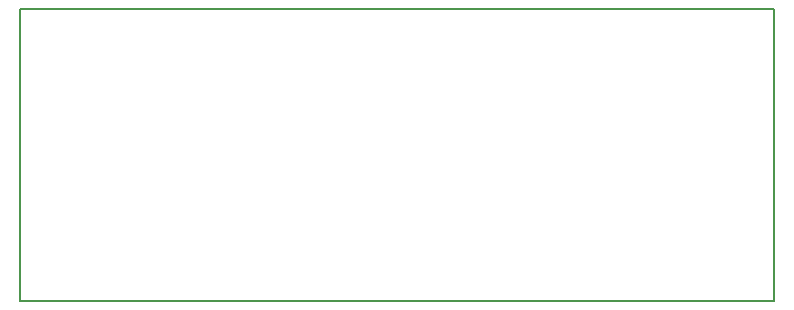
<source format=gm1>
G04 MADE WITH FRITZING*
G04 WWW.FRITZING.ORG*
G04 DOUBLE SIDED*
G04 HOLES PLATED*
G04 CONTOUR ON CENTER OF CONTOUR VECTOR*
%ASAXBY*%
%FSLAX23Y23*%
%MOIN*%
%OFA0B0*%
%SFA1.0B1.0*%
%ADD10R,2.519690X0.984252*%
%ADD11C,0.008000*%
%ADD10C,0.008*%
%LNCONTOUR*%
G90*
G70*
G54D10*
G54D11*
X4Y980D02*
X2516Y980D01*
X2516Y4D01*
X4Y4D01*
X4Y980D01*
D02*
G04 End of contour*
M02*
</source>
